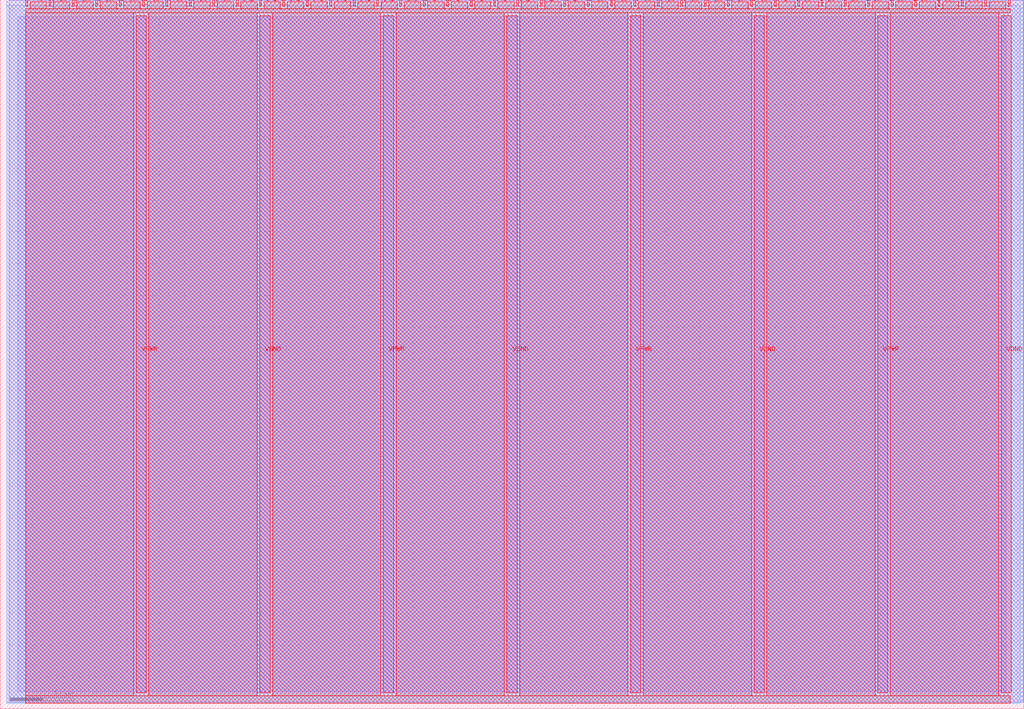
<source format=lef>
VERSION 5.7 ;
  NOWIREEXTENSIONATPIN ON ;
  DIVIDERCHAR "/" ;
  BUSBITCHARS "[]" ;
MACRO tt_um_scorbetta_goa
  CLASS BLOCK ;
  FOREIGN tt_um_scorbetta_goa ;
  ORIGIN 0.000 0.000 ;
  SIZE 161.000 BY 111.520 ;
  PIN VGND
    DIRECTION INOUT ;
    USE GROUND ;
    PORT
      LAYER met4 ;
        RECT 40.830 2.480 42.430 109.040 ;
    END
    PORT
      LAYER met4 ;
        RECT 79.700 2.480 81.300 109.040 ;
    END
    PORT
      LAYER met4 ;
        RECT 118.570 2.480 120.170 109.040 ;
    END
    PORT
      LAYER met4 ;
        RECT 157.440 2.480 159.040 109.040 ;
    END
  END VGND
  PIN VPWR
    DIRECTION INOUT ;
    USE POWER ;
    PORT
      LAYER met4 ;
        RECT 21.395 2.480 22.995 109.040 ;
    END
    PORT
      LAYER met4 ;
        RECT 60.265 2.480 61.865 109.040 ;
    END
    PORT
      LAYER met4 ;
        RECT 99.135 2.480 100.735 109.040 ;
    END
    PORT
      LAYER met4 ;
        RECT 138.005 2.480 139.605 109.040 ;
    END
  END VPWR
  PIN clk
    DIRECTION INPUT ;
    USE SIGNAL ;
    ANTENNAGATEAREA 0.247500 ;
    PORT
      LAYER met4 ;
        RECT 154.870 110.520 155.170 111.520 ;
    END
  END clk
  PIN ena
    DIRECTION INPUT ;
    USE SIGNAL ;
    ANTENNAGATEAREA 0.196500 ;
    ANTENNADIFFAREA 0.434700 ;
    PORT
      LAYER met4 ;
        RECT 158.550 110.520 158.850 111.520 ;
    END
  END ena
  PIN rst_n
    DIRECTION INPUT ;
    USE SIGNAL ;
    PORT
      LAYER met4 ;
        RECT 151.190 110.520 151.490 111.520 ;
    END
  END rst_n
  PIN ui_in[0]
    DIRECTION INPUT ;
    USE SIGNAL ;
    ANTENNAGATEAREA 0.852000 ;
    PORT
      LAYER met4 ;
        RECT 147.510 110.520 147.810 111.520 ;
    END
  END ui_in[0]
  PIN ui_in[1]
    DIRECTION INPUT ;
    USE SIGNAL ;
    ANTENNAGATEAREA 0.159000 ;
    PORT
      LAYER met4 ;
        RECT 143.830 110.520 144.130 111.520 ;
    END
  END ui_in[1]
  PIN ui_in[2]
    DIRECTION INPUT ;
    USE SIGNAL ;
    ANTENNAGATEAREA 0.196500 ;
    ANTENNADIFFAREA 0.434700 ;
    PORT
      LAYER met4 ;
        RECT 140.150 110.520 140.450 111.520 ;
    END
  END ui_in[2]
  PIN ui_in[3]
    DIRECTION INPUT ;
    USE SIGNAL ;
    PORT
      LAYER met4 ;
        RECT 136.470 110.520 136.770 111.520 ;
    END
  END ui_in[3]
  PIN ui_in[4]
    DIRECTION INPUT ;
    USE SIGNAL ;
    PORT
      LAYER met4 ;
        RECT 132.790 110.520 133.090 111.520 ;
    END
  END ui_in[4]
  PIN ui_in[5]
    DIRECTION INPUT ;
    USE SIGNAL ;
    PORT
      LAYER met4 ;
        RECT 129.110 110.520 129.410 111.520 ;
    END
  END ui_in[5]
  PIN ui_in[6]
    DIRECTION INPUT ;
    USE SIGNAL ;
    ANTENNAGATEAREA 0.159000 ;
    PORT
      LAYER met4 ;
        RECT 125.430 110.520 125.730 111.520 ;
    END
  END ui_in[6]
  PIN ui_in[7]
    DIRECTION INPUT ;
    USE SIGNAL ;
    ANTENNAGATEAREA 0.196500 ;
    PORT
      LAYER met4 ;
        RECT 121.750 110.520 122.050 111.520 ;
    END
  END ui_in[7]
  PIN uio_in[0]
    DIRECTION INPUT ;
    USE SIGNAL ;
    ANTENNAGATEAREA 0.196500 ;
    ANTENNADIFFAREA 0.434700 ;
    PORT
      LAYER met4 ;
        RECT 118.070 110.520 118.370 111.520 ;
    END
  END uio_in[0]
  PIN uio_in[1]
    DIRECTION INPUT ;
    USE SIGNAL ;
    ANTENNAGATEAREA 0.196500 ;
    PORT
      LAYER met4 ;
        RECT 114.390 110.520 114.690 111.520 ;
    END
  END uio_in[1]
  PIN uio_in[2]
    DIRECTION INPUT ;
    USE SIGNAL ;
    PORT
      LAYER met4 ;
        RECT 110.710 110.520 111.010 111.520 ;
    END
  END uio_in[2]
  PIN uio_in[3]
    DIRECTION INPUT ;
    USE SIGNAL ;
    PORT
      LAYER met4 ;
        RECT 107.030 110.520 107.330 111.520 ;
    END
  END uio_in[3]
  PIN uio_in[4]
    DIRECTION INPUT ;
    USE SIGNAL ;
    PORT
      LAYER met4 ;
        RECT 103.350 110.520 103.650 111.520 ;
    END
  END uio_in[4]
  PIN uio_in[5]
    DIRECTION INPUT ;
    USE SIGNAL ;
    PORT
      LAYER met4 ;
        RECT 99.670 110.520 99.970 111.520 ;
    END
  END uio_in[5]
  PIN uio_in[6]
    DIRECTION INPUT ;
    USE SIGNAL ;
    PORT
      LAYER met4 ;
        RECT 95.990 110.520 96.290 111.520 ;
    END
  END uio_in[6]
  PIN uio_in[7]
    DIRECTION INPUT ;
    USE SIGNAL ;
    PORT
      LAYER met4 ;
        RECT 92.310 110.520 92.610 111.520 ;
    END
  END uio_in[7]
  PIN uio_oe[0]
    DIRECTION OUTPUT TRISTATE ;
    USE SIGNAL ;
    PORT
      LAYER met4 ;
        RECT 29.750 110.520 30.050 111.520 ;
    END
  END uio_oe[0]
  PIN uio_oe[1]
    DIRECTION OUTPUT TRISTATE ;
    USE SIGNAL ;
    PORT
      LAYER met4 ;
        RECT 26.070 110.520 26.370 111.520 ;
    END
  END uio_oe[1]
  PIN uio_oe[2]
    DIRECTION OUTPUT TRISTATE ;
    USE SIGNAL ;
    PORT
      LAYER met4 ;
        RECT 22.390 110.520 22.690 111.520 ;
    END
  END uio_oe[2]
  PIN uio_oe[3]
    DIRECTION OUTPUT TRISTATE ;
    USE SIGNAL ;
    PORT
      LAYER met4 ;
        RECT 18.710 110.520 19.010 111.520 ;
    END
  END uio_oe[3]
  PIN uio_oe[4]
    DIRECTION OUTPUT TRISTATE ;
    USE SIGNAL ;
    PORT
      LAYER met4 ;
        RECT 15.030 110.520 15.330 111.520 ;
    END
  END uio_oe[4]
  PIN uio_oe[5]
    DIRECTION OUTPUT TRISTATE ;
    USE SIGNAL ;
    PORT
      LAYER met4 ;
        RECT 11.350 110.520 11.650 111.520 ;
    END
  END uio_oe[5]
  PIN uio_oe[6]
    DIRECTION OUTPUT TRISTATE ;
    USE SIGNAL ;
    PORT
      LAYER met4 ;
        RECT 7.670 110.520 7.970 111.520 ;
    END
  END uio_oe[6]
  PIN uio_oe[7]
    DIRECTION OUTPUT TRISTATE ;
    USE SIGNAL ;
    PORT
      LAYER met4 ;
        RECT 3.990 110.520 4.290 111.520 ;
    END
  END uio_oe[7]
  PIN uio_out[0]
    DIRECTION OUTPUT TRISTATE ;
    USE SIGNAL ;
    PORT
      LAYER met4 ;
        RECT 59.190 110.520 59.490 111.520 ;
    END
  END uio_out[0]
  PIN uio_out[1]
    DIRECTION OUTPUT TRISTATE ;
    USE SIGNAL ;
    PORT
      LAYER met4 ;
        RECT 55.510 110.520 55.810 111.520 ;
    END
  END uio_out[1]
  PIN uio_out[2]
    DIRECTION OUTPUT TRISTATE ;
    USE SIGNAL ;
    ANTENNADIFFAREA 0.795200 ;
    PORT
      LAYER met4 ;
        RECT 51.830 110.520 52.130 111.520 ;
    END
  END uio_out[2]
  PIN uio_out[3]
    DIRECTION OUTPUT TRISTATE ;
    USE SIGNAL ;
    ANTENNADIFFAREA 0.795200 ;
    PORT
      LAYER met4 ;
        RECT 48.150 110.520 48.450 111.520 ;
    END
  END uio_out[3]
  PIN uio_out[4]
    DIRECTION OUTPUT TRISTATE ;
    USE SIGNAL ;
    PORT
      LAYER met4 ;
        RECT 44.470 110.520 44.770 111.520 ;
    END
  END uio_out[4]
  PIN uio_out[5]
    DIRECTION OUTPUT TRISTATE ;
    USE SIGNAL ;
    PORT
      LAYER met4 ;
        RECT 40.790 110.520 41.090 111.520 ;
    END
  END uio_out[5]
  PIN uio_out[6]
    DIRECTION OUTPUT TRISTATE ;
    USE SIGNAL ;
    PORT
      LAYER met4 ;
        RECT 37.110 110.520 37.410 111.520 ;
    END
  END uio_out[6]
  PIN uio_out[7]
    DIRECTION OUTPUT TRISTATE ;
    USE SIGNAL ;
    PORT
      LAYER met4 ;
        RECT 33.430 110.520 33.730 111.520 ;
    END
  END uio_out[7]
  PIN uo_out[0]
    DIRECTION OUTPUT TRISTATE ;
    USE SIGNAL ;
    ANTENNADIFFAREA 0.933750 ;
    PORT
      LAYER met4 ;
        RECT 88.630 110.520 88.930 111.520 ;
    END
  END uo_out[0]
  PIN uo_out[1]
    DIRECTION OUTPUT TRISTATE ;
    USE SIGNAL ;
    ANTENNADIFFAREA 0.445500 ;
    PORT
      LAYER met4 ;
        RECT 84.950 110.520 85.250 111.520 ;
    END
  END uo_out[1]
  PIN uo_out[2]
    DIRECTION OUTPUT TRISTATE ;
    USE SIGNAL ;
    ANTENNADIFFAREA 0.891000 ;
    PORT
      LAYER met4 ;
        RECT 81.270 110.520 81.570 111.520 ;
    END
  END uo_out[2]
  PIN uo_out[3]
    DIRECTION OUTPUT TRISTATE ;
    USE SIGNAL ;
    ANTENNADIFFAREA 0.891000 ;
    PORT
      LAYER met4 ;
        RECT 77.590 110.520 77.890 111.520 ;
    END
  END uo_out[3]
  PIN uo_out[4]
    DIRECTION OUTPUT TRISTATE ;
    USE SIGNAL ;
    ANTENNADIFFAREA 0.891000 ;
    PORT
      LAYER met4 ;
        RECT 73.910 110.520 74.210 111.520 ;
    END
  END uo_out[4]
  PIN uo_out[5]
    DIRECTION OUTPUT TRISTATE ;
    USE SIGNAL ;
    ANTENNADIFFAREA 0.891000 ;
    PORT
      LAYER met4 ;
        RECT 70.230 110.520 70.530 111.520 ;
    END
  END uo_out[5]
  PIN uo_out[6]
    DIRECTION OUTPUT TRISTATE ;
    USE SIGNAL ;
    ANTENNADIFFAREA 0.795200 ;
    PORT
      LAYER met4 ;
        RECT 66.550 110.520 66.850 111.520 ;
    END
  END uo_out[6]
  PIN uo_out[7]
    DIRECTION OUTPUT TRISTATE ;
    USE SIGNAL ;
    ANTENNADIFFAREA 0.891000 ;
    PORT
      LAYER met4 ;
        RECT 62.870 110.520 63.170 111.520 ;
    END
  END uo_out[7]
  OBS
      LAYER li1 ;
        RECT 2.760 2.635 158.240 108.885 ;
      LAYER met1 ;
        RECT 1.450 1.060 160.930 111.480 ;
      LAYER met2 ;
        RECT 1.010 1.030 160.900 111.510 ;
      LAYER met3 ;
        RECT 0.985 0.860 160.475 110.665 ;
      LAYER met4 ;
        RECT 4.690 110.120 7.270 111.170 ;
        RECT 8.370 110.120 10.950 111.170 ;
        RECT 12.050 110.120 14.630 111.170 ;
        RECT 15.730 110.120 18.310 111.170 ;
        RECT 19.410 110.120 21.990 111.170 ;
        RECT 23.090 110.120 25.670 111.170 ;
        RECT 26.770 110.120 29.350 111.170 ;
        RECT 30.450 110.120 33.030 111.170 ;
        RECT 34.130 110.120 36.710 111.170 ;
        RECT 37.810 110.120 40.390 111.170 ;
        RECT 41.490 110.120 44.070 111.170 ;
        RECT 45.170 110.120 47.750 111.170 ;
        RECT 48.850 110.120 51.430 111.170 ;
        RECT 52.530 110.120 55.110 111.170 ;
        RECT 56.210 110.120 58.790 111.170 ;
        RECT 59.890 110.120 62.470 111.170 ;
        RECT 63.570 110.120 66.150 111.170 ;
        RECT 67.250 110.120 69.830 111.170 ;
        RECT 70.930 110.120 73.510 111.170 ;
        RECT 74.610 110.120 77.190 111.170 ;
        RECT 78.290 110.120 80.870 111.170 ;
        RECT 81.970 110.120 84.550 111.170 ;
        RECT 85.650 110.120 88.230 111.170 ;
        RECT 89.330 110.120 91.910 111.170 ;
        RECT 93.010 110.120 95.590 111.170 ;
        RECT 96.690 110.120 99.270 111.170 ;
        RECT 100.370 110.120 102.950 111.170 ;
        RECT 104.050 110.120 106.630 111.170 ;
        RECT 107.730 110.120 110.310 111.170 ;
        RECT 111.410 110.120 113.990 111.170 ;
        RECT 115.090 110.120 117.670 111.170 ;
        RECT 118.770 110.120 121.350 111.170 ;
        RECT 122.450 110.120 125.030 111.170 ;
        RECT 126.130 110.120 128.710 111.170 ;
        RECT 129.810 110.120 132.390 111.170 ;
        RECT 133.490 110.120 136.070 111.170 ;
        RECT 137.170 110.120 139.750 111.170 ;
        RECT 140.850 110.120 143.430 111.170 ;
        RECT 144.530 110.120 147.110 111.170 ;
        RECT 148.210 110.120 150.790 111.170 ;
        RECT 151.890 110.120 154.470 111.170 ;
        RECT 155.570 110.120 158.150 111.170 ;
        RECT 3.975 109.440 158.850 110.120 ;
        RECT 3.975 2.080 20.995 109.440 ;
        RECT 23.395 2.080 40.430 109.440 ;
        RECT 42.830 2.080 59.865 109.440 ;
        RECT 62.265 2.080 79.300 109.440 ;
        RECT 81.700 2.080 98.735 109.440 ;
        RECT 101.135 2.080 118.170 109.440 ;
        RECT 120.570 2.080 137.605 109.440 ;
        RECT 140.005 2.080 157.040 109.440 ;
        RECT 3.975 0.855 158.850 2.080 ;
  END
END tt_um_scorbetta_goa
END LIBRARY


</source>
